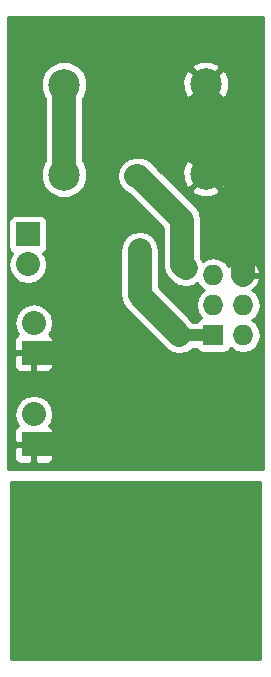
<source format=gbr>
G04 #@! TF.FileFunction,Copper,L2,Bot,Signal*
%FSLAX46Y46*%
G04 Gerber Fmt 4.6, Leading zero omitted, Abs format (unit mm)*
%MOMM*%
%LPD*%
G01*
G04 APERTURE LIST*
%ADD10C,0.100000*%
%ADD11C,2.670000*%
%ADD12R,2.032000X2.032000*%
%ADD13O,2.032000X2.032000*%
%ADD14R,1.727200X1.727200*%
%ADD15O,1.727200X1.727200*%
%ADD16C,1.000000*%
%ADD17C,2.000000*%
%ADD18C,1.000000*%
%ADD19C,0.254000*%
G04 APERTURE END LIST*
D10*
D11*
X142553200Y-76757000D03*
X142553200Y-84377000D03*
X142553200Y-84377000D03*
X142553200Y-76757000D03*
X142553200Y-76757000D03*
X142553200Y-84377000D03*
X142553200Y-84377000D03*
X142553200Y-76757000D03*
X142553200Y-84377000D03*
X142553200Y-119426000D03*
X142553200Y-111806000D03*
X154553200Y-119376000D03*
X154553200Y-111756000D03*
X154553200Y-111756000D03*
X154553200Y-119376000D03*
X154553200Y-119376000D03*
X154553200Y-111756000D03*
X154553200Y-111756000D03*
X154553200Y-119376000D03*
X154553200Y-111756000D03*
X154553200Y-76707000D03*
X154553200Y-84327000D03*
D12*
X139981800Y-99480600D03*
D13*
X139981800Y-96940600D03*
D12*
X139994500Y-107227600D03*
D13*
X139994500Y-104687600D03*
D14*
X155183700Y-97982000D03*
D15*
X157723700Y-97982000D03*
X155183700Y-95442000D03*
X157723700Y-95442000D03*
X155183700Y-92902000D03*
X157723700Y-92902000D03*
D12*
X139489040Y-89437440D03*
D13*
X139489040Y-91977440D03*
D16*
X152717360Y-89533960D03*
X148655900Y-84494600D03*
X152846900Y-92292400D03*
X148536520Y-104194840D03*
X148948000Y-90743000D03*
D17*
X154553200Y-119376000D02*
X154553200Y-111756000D01*
X142553200Y-119426000D02*
X154503200Y-119426000D01*
X154503200Y-119426000D02*
X154553200Y-119376000D01*
X142553200Y-111806000D02*
X142553200Y-119426000D01*
X152546901Y-91992401D02*
X152546901Y-89533960D01*
X152546901Y-89533960D02*
X152546901Y-88207801D01*
X152546901Y-88207801D02*
X148833700Y-84494600D01*
X148833700Y-84494600D02*
X148655900Y-84494600D01*
X152846900Y-92292400D02*
X152546901Y-91992401D01*
X142553200Y-76757000D02*
X142553200Y-84377000D01*
X142577680Y-107227600D02*
X142953600Y-106851680D01*
X142953600Y-106851680D02*
X142953600Y-105008182D01*
X139994500Y-107227600D02*
X142577680Y-107227600D01*
X142953600Y-105008182D02*
X142953600Y-103702080D01*
X142953600Y-103702080D02*
X142953600Y-101296700D01*
X148536520Y-104194840D02*
X143446360Y-104194840D01*
X143446360Y-104194840D02*
X142953600Y-103702080D01*
X154553200Y-76707000D02*
X154553200Y-80570300D01*
X154553200Y-80570300D02*
X154553200Y-84327000D01*
X142953600Y-88190300D02*
X145506300Y-85637600D01*
X142953600Y-99645700D02*
X142953600Y-88190300D01*
X145506300Y-85637600D02*
X145506300Y-81992700D01*
X145506300Y-81992700D02*
X146928700Y-80570300D01*
X146928700Y-80570300D02*
X154553200Y-80570300D01*
X142953600Y-101296700D02*
X142953600Y-99645700D01*
X157723700Y-85599500D02*
X156451200Y-84327000D01*
X156451200Y-84327000D02*
X154553200Y-84327000D01*
X157723700Y-92902000D02*
X157723700Y-85599500D01*
X139981800Y-99480600D02*
X142788500Y-99480600D01*
X142788500Y-99480600D02*
X142953600Y-99645700D01*
D18*
X155183700Y-97982000D02*
X152320100Y-97982000D01*
D17*
X148948000Y-90743000D02*
X148948000Y-94609900D01*
X148948000Y-94609900D02*
X152320100Y-97982000D01*
D19*
G36*
X159151200Y-125424000D02*
X138055200Y-125424000D01*
X138055200Y-110402600D01*
X159151200Y-110402600D01*
X159151200Y-125424000D01*
X159151200Y-125424000D01*
G37*
X159151200Y-125424000D02*
X138055200Y-125424000D01*
X138055200Y-110402600D01*
X159151200Y-110402600D01*
X159151200Y-125424000D01*
G36*
X159401200Y-109300999D02*
X137805200Y-109324862D01*
X137805200Y-107513350D01*
X138343500Y-107513350D01*
X138343500Y-108369909D01*
X138440173Y-108603298D01*
X138618801Y-108781927D01*
X138852190Y-108878600D01*
X139708750Y-108878600D01*
X139867500Y-108719850D01*
X139867500Y-107354600D01*
X140121500Y-107354600D01*
X140121500Y-108719850D01*
X140280250Y-108878600D01*
X141136810Y-108878600D01*
X141370199Y-108781927D01*
X141548827Y-108603298D01*
X141645500Y-108369909D01*
X141645500Y-107513350D01*
X141486750Y-107354600D01*
X140121500Y-107354600D01*
X139867500Y-107354600D01*
X138502250Y-107354600D01*
X138343500Y-107513350D01*
X137805200Y-107513350D01*
X137805200Y-106085291D01*
X138343500Y-106085291D01*
X138343500Y-106941850D01*
X138502250Y-107100600D01*
X139867500Y-107100600D01*
X139867500Y-107080600D01*
X140121500Y-107080600D01*
X140121500Y-107100600D01*
X141486750Y-107100600D01*
X141645500Y-106941850D01*
X141645500Y-106085291D01*
X141548827Y-105851902D01*
X141370199Y-105673273D01*
X141311655Y-105649023D01*
X141512434Y-105348537D01*
X141637500Y-104719788D01*
X141637500Y-104655412D01*
X141512434Y-104026663D01*
X141156276Y-103493636D01*
X140623249Y-103137478D01*
X139994500Y-103012412D01*
X139365751Y-103137478D01*
X138832724Y-103493636D01*
X138476566Y-104026663D01*
X138351500Y-104655412D01*
X138351500Y-104719788D01*
X138476566Y-105348537D01*
X138677345Y-105649023D01*
X138618801Y-105673273D01*
X138440173Y-105851902D01*
X138343500Y-106085291D01*
X137805200Y-106085291D01*
X137805200Y-99766350D01*
X138330800Y-99766350D01*
X138330800Y-100622909D01*
X138427473Y-100856298D01*
X138606101Y-101034927D01*
X138839490Y-101131600D01*
X139696050Y-101131600D01*
X139854800Y-100972850D01*
X139854800Y-99607600D01*
X140108800Y-99607600D01*
X140108800Y-100972850D01*
X140267550Y-101131600D01*
X141124110Y-101131600D01*
X141357499Y-101034927D01*
X141536127Y-100856298D01*
X141632800Y-100622909D01*
X141632800Y-99766350D01*
X141474050Y-99607600D01*
X140108800Y-99607600D01*
X139854800Y-99607600D01*
X138489550Y-99607600D01*
X138330800Y-99766350D01*
X137805200Y-99766350D01*
X137805200Y-98338291D01*
X138330800Y-98338291D01*
X138330800Y-99194850D01*
X138489550Y-99353600D01*
X139854800Y-99353600D01*
X139854800Y-99333600D01*
X140108800Y-99333600D01*
X140108800Y-99353600D01*
X141474050Y-99353600D01*
X141632800Y-99194850D01*
X141632800Y-98338291D01*
X141536127Y-98104902D01*
X141357499Y-97926273D01*
X141298955Y-97902023D01*
X141499734Y-97601537D01*
X141624800Y-96972788D01*
X141624800Y-96908412D01*
X141499734Y-96279663D01*
X141143576Y-95746636D01*
X140610549Y-95390478D01*
X139981800Y-95265412D01*
X139353051Y-95390478D01*
X138820024Y-95746636D01*
X138463866Y-96279663D01*
X138338800Y-96908412D01*
X138338800Y-96972788D01*
X138463866Y-97601537D01*
X138664645Y-97902023D01*
X138606101Y-97926273D01*
X138427473Y-98104902D01*
X138330800Y-98338291D01*
X137805200Y-98338291D01*
X137805200Y-88421440D01*
X137833757Y-88421440D01*
X137833757Y-90453440D01*
X137877477Y-90685792D01*
X138014797Y-90899193D01*
X138176238Y-91009502D01*
X137971106Y-91316503D01*
X137846040Y-91945252D01*
X137846040Y-92009628D01*
X137971106Y-92638377D01*
X138327264Y-93171404D01*
X138860291Y-93527562D01*
X139489040Y-93652628D01*
X140117789Y-93527562D01*
X140650816Y-93171404D01*
X141006974Y-92638377D01*
X141132040Y-92009628D01*
X141132040Y-91945252D01*
X141006974Y-91316503D01*
X140800921Y-91008123D01*
X140950793Y-90911683D01*
X141093957Y-90702157D01*
X141144323Y-90453440D01*
X141144323Y-88421440D01*
X141100603Y-88189088D01*
X140963283Y-87975687D01*
X140753757Y-87832523D01*
X140505040Y-87782157D01*
X138473040Y-87782157D01*
X138240688Y-87825877D01*
X138027287Y-87963197D01*
X137884123Y-88172723D01*
X137833757Y-88421440D01*
X137805200Y-88421440D01*
X137805200Y-77145554D01*
X140590860Y-77145554D01*
X140888927Y-77866932D01*
X140926200Y-77904270D01*
X140926200Y-83228894D01*
X140890867Y-83264165D01*
X140591541Y-83985022D01*
X140590860Y-84765554D01*
X140888927Y-85486932D01*
X141440365Y-86039333D01*
X142161222Y-86338659D01*
X142941754Y-86339340D01*
X143663132Y-86041273D01*
X144215533Y-85489835D01*
X144514859Y-84768978D01*
X144515098Y-84494600D01*
X147028900Y-84494600D01*
X147152748Y-85117226D01*
X147505437Y-85645063D01*
X148033274Y-85997752D01*
X148036584Y-85998410D01*
X150919901Y-88881727D01*
X150919901Y-91992401D01*
X151043749Y-92615027D01*
X151396438Y-93142864D01*
X151696438Y-93442863D01*
X152224274Y-93795552D01*
X152846900Y-93919401D01*
X153469526Y-93795552D01*
X153838309Y-93549139D01*
X154129687Y-93985216D01*
X154409228Y-94172000D01*
X154129687Y-94358784D01*
X153806565Y-94842369D01*
X153693100Y-95412797D01*
X153693100Y-95471203D01*
X153806565Y-96041631D01*
X154123591Y-96516093D01*
X154087748Y-96522837D01*
X153874347Y-96660157D01*
X153741216Y-96855000D01*
X153486240Y-96855000D01*
X153470563Y-96831538D01*
X150575000Y-93935974D01*
X150575000Y-90743000D01*
X150451152Y-90120374D01*
X150098463Y-89592537D01*
X149570626Y-89239848D01*
X148948000Y-89116000D01*
X148325374Y-89239848D01*
X147797537Y-89592537D01*
X147444848Y-90120374D01*
X147321000Y-90743000D01*
X147321000Y-94609900D01*
X147444848Y-95232526D01*
X147797537Y-95760363D01*
X151169638Y-99132463D01*
X151697474Y-99485152D01*
X152320100Y-99609001D01*
X152942726Y-99485152D01*
X153470563Y-99132463D01*
X153486240Y-99109000D01*
X153744516Y-99109000D01*
X153861857Y-99291353D01*
X154071383Y-99434517D01*
X154320100Y-99484883D01*
X156047300Y-99484883D01*
X156279652Y-99441163D01*
X156493053Y-99303843D01*
X156636217Y-99094317D01*
X156648524Y-99033543D01*
X156669687Y-99065216D01*
X157153272Y-99388338D01*
X157723700Y-99501803D01*
X158294128Y-99388338D01*
X158777713Y-99065216D01*
X159100835Y-98581631D01*
X159214300Y-98011203D01*
X159214300Y-97952797D01*
X159100835Y-97382369D01*
X158777713Y-96898784D01*
X158498172Y-96712000D01*
X158777713Y-96525216D01*
X159100835Y-96041631D01*
X159214300Y-95471203D01*
X159214300Y-95412797D01*
X159100835Y-94842369D01*
X158777713Y-94358784D01*
X158506472Y-94177546D01*
X158930521Y-93790490D01*
X159178668Y-93261027D01*
X159058169Y-93029000D01*
X157850700Y-93029000D01*
X157850700Y-93049000D01*
X157596700Y-93049000D01*
X157596700Y-93029000D01*
X157576700Y-93029000D01*
X157576700Y-92775000D01*
X157596700Y-92775000D01*
X157596700Y-91568183D01*
X157850700Y-91568183D01*
X157850700Y-92775000D01*
X159058169Y-92775000D01*
X159178668Y-92542973D01*
X158930521Y-92013510D01*
X158498647Y-91619312D01*
X158082726Y-91447042D01*
X157850700Y-91568183D01*
X157596700Y-91568183D01*
X157364674Y-91447042D01*
X156948753Y-91619312D01*
X156516879Y-92013510D01*
X156455431Y-92144621D01*
X156237713Y-91818784D01*
X155754128Y-91495662D01*
X155183700Y-91382197D01*
X154613272Y-91495662D01*
X154350362Y-91671333D01*
X154350052Y-91669774D01*
X154173901Y-91406146D01*
X154173901Y-88207801D01*
X154050053Y-87585175D01*
X153697364Y-87057338D01*
X152361780Y-85721754D01*
X153338051Y-85721754D01*
X153477685Y-86023385D01*
X154208732Y-86305837D01*
X154992221Y-86287029D01*
X155628715Y-86023385D01*
X155768349Y-85721754D01*
X154553200Y-84506605D01*
X153338051Y-85721754D01*
X152361780Y-85721754D01*
X150622558Y-83982532D01*
X152574363Y-83982532D01*
X152593171Y-84766021D01*
X152856815Y-85402515D01*
X153158446Y-85542149D01*
X154373595Y-84327000D01*
X154732805Y-84327000D01*
X155947954Y-85542149D01*
X156249585Y-85402515D01*
X156532037Y-84671468D01*
X156513229Y-83887979D01*
X156249585Y-83251485D01*
X155947954Y-83111851D01*
X154732805Y-84327000D01*
X154373595Y-84327000D01*
X153158446Y-83111851D01*
X152856815Y-83251485D01*
X152574363Y-83982532D01*
X150622558Y-83982532D01*
X149984163Y-83344137D01*
X149456326Y-82991448D01*
X149158698Y-82932246D01*
X153338051Y-82932246D01*
X154553200Y-84147395D01*
X155768349Y-82932246D01*
X155628715Y-82630615D01*
X154897668Y-82348163D01*
X154114179Y-82366971D01*
X153477685Y-82630615D01*
X153338051Y-82932246D01*
X149158698Y-82932246D01*
X148833700Y-82867600D01*
X148655900Y-82867600D01*
X148033274Y-82991448D01*
X147505437Y-83344137D01*
X147152748Y-83871974D01*
X147028900Y-84494600D01*
X144515098Y-84494600D01*
X144515540Y-83988446D01*
X144217473Y-83267068D01*
X144180200Y-83229730D01*
X144180200Y-78101754D01*
X153338051Y-78101754D01*
X153477685Y-78403385D01*
X154208732Y-78685837D01*
X154992221Y-78667029D01*
X155628715Y-78403385D01*
X155768349Y-78101754D01*
X154553200Y-76886605D01*
X153338051Y-78101754D01*
X144180200Y-78101754D01*
X144180200Y-77905106D01*
X144215533Y-77869835D01*
X144514859Y-77148978D01*
X144515540Y-76368446D01*
X144513097Y-76362532D01*
X152574363Y-76362532D01*
X152593171Y-77146021D01*
X152856815Y-77782515D01*
X153158446Y-77922149D01*
X154373595Y-76707000D01*
X154732805Y-76707000D01*
X155947954Y-77922149D01*
X156249585Y-77782515D01*
X156532037Y-77051468D01*
X156513229Y-76267979D01*
X156249585Y-75631485D01*
X155947954Y-75491851D01*
X154732805Y-76707000D01*
X154373595Y-76707000D01*
X153158446Y-75491851D01*
X152856815Y-75631485D01*
X152574363Y-76362532D01*
X144513097Y-76362532D01*
X144217473Y-75647068D01*
X143883235Y-75312246D01*
X153338051Y-75312246D01*
X154553200Y-76527395D01*
X155768349Y-75312246D01*
X155628715Y-75010615D01*
X154897668Y-74728163D01*
X154114179Y-74746971D01*
X153477685Y-75010615D01*
X153338051Y-75312246D01*
X143883235Y-75312246D01*
X143666035Y-75094667D01*
X142945178Y-74795341D01*
X142164646Y-74794660D01*
X141443268Y-75092727D01*
X140890867Y-75644165D01*
X140591541Y-76365022D01*
X140590860Y-77145554D01*
X137805200Y-77145554D01*
X137805200Y-71078000D01*
X159401200Y-71078000D01*
X159401200Y-109300999D01*
X159401200Y-109300999D01*
G37*
X159401200Y-109300999D02*
X137805200Y-109324862D01*
X137805200Y-107513350D01*
X138343500Y-107513350D01*
X138343500Y-108369909D01*
X138440173Y-108603298D01*
X138618801Y-108781927D01*
X138852190Y-108878600D01*
X139708750Y-108878600D01*
X139867500Y-108719850D01*
X139867500Y-107354600D01*
X140121500Y-107354600D01*
X140121500Y-108719850D01*
X140280250Y-108878600D01*
X141136810Y-108878600D01*
X141370199Y-108781927D01*
X141548827Y-108603298D01*
X141645500Y-108369909D01*
X141645500Y-107513350D01*
X141486750Y-107354600D01*
X140121500Y-107354600D01*
X139867500Y-107354600D01*
X138502250Y-107354600D01*
X138343500Y-107513350D01*
X137805200Y-107513350D01*
X137805200Y-106085291D01*
X138343500Y-106085291D01*
X138343500Y-106941850D01*
X138502250Y-107100600D01*
X139867500Y-107100600D01*
X139867500Y-107080600D01*
X140121500Y-107080600D01*
X140121500Y-107100600D01*
X141486750Y-107100600D01*
X141645500Y-106941850D01*
X141645500Y-106085291D01*
X141548827Y-105851902D01*
X141370199Y-105673273D01*
X141311655Y-105649023D01*
X141512434Y-105348537D01*
X141637500Y-104719788D01*
X141637500Y-104655412D01*
X141512434Y-104026663D01*
X141156276Y-103493636D01*
X140623249Y-103137478D01*
X139994500Y-103012412D01*
X139365751Y-103137478D01*
X138832724Y-103493636D01*
X138476566Y-104026663D01*
X138351500Y-104655412D01*
X138351500Y-104719788D01*
X138476566Y-105348537D01*
X138677345Y-105649023D01*
X138618801Y-105673273D01*
X138440173Y-105851902D01*
X138343500Y-106085291D01*
X137805200Y-106085291D01*
X137805200Y-99766350D01*
X138330800Y-99766350D01*
X138330800Y-100622909D01*
X138427473Y-100856298D01*
X138606101Y-101034927D01*
X138839490Y-101131600D01*
X139696050Y-101131600D01*
X139854800Y-100972850D01*
X139854800Y-99607600D01*
X140108800Y-99607600D01*
X140108800Y-100972850D01*
X140267550Y-101131600D01*
X141124110Y-101131600D01*
X141357499Y-101034927D01*
X141536127Y-100856298D01*
X141632800Y-100622909D01*
X141632800Y-99766350D01*
X141474050Y-99607600D01*
X140108800Y-99607600D01*
X139854800Y-99607600D01*
X138489550Y-99607600D01*
X138330800Y-99766350D01*
X137805200Y-99766350D01*
X137805200Y-98338291D01*
X138330800Y-98338291D01*
X138330800Y-99194850D01*
X138489550Y-99353600D01*
X139854800Y-99353600D01*
X139854800Y-99333600D01*
X140108800Y-99333600D01*
X140108800Y-99353600D01*
X141474050Y-99353600D01*
X141632800Y-99194850D01*
X141632800Y-98338291D01*
X141536127Y-98104902D01*
X141357499Y-97926273D01*
X141298955Y-97902023D01*
X141499734Y-97601537D01*
X141624800Y-96972788D01*
X141624800Y-96908412D01*
X141499734Y-96279663D01*
X141143576Y-95746636D01*
X140610549Y-95390478D01*
X139981800Y-95265412D01*
X139353051Y-95390478D01*
X138820024Y-95746636D01*
X138463866Y-96279663D01*
X138338800Y-96908412D01*
X138338800Y-96972788D01*
X138463866Y-97601537D01*
X138664645Y-97902023D01*
X138606101Y-97926273D01*
X138427473Y-98104902D01*
X138330800Y-98338291D01*
X137805200Y-98338291D01*
X137805200Y-88421440D01*
X137833757Y-88421440D01*
X137833757Y-90453440D01*
X137877477Y-90685792D01*
X138014797Y-90899193D01*
X138176238Y-91009502D01*
X137971106Y-91316503D01*
X137846040Y-91945252D01*
X137846040Y-92009628D01*
X137971106Y-92638377D01*
X138327264Y-93171404D01*
X138860291Y-93527562D01*
X139489040Y-93652628D01*
X140117789Y-93527562D01*
X140650816Y-93171404D01*
X141006974Y-92638377D01*
X141132040Y-92009628D01*
X141132040Y-91945252D01*
X141006974Y-91316503D01*
X140800921Y-91008123D01*
X140950793Y-90911683D01*
X141093957Y-90702157D01*
X141144323Y-90453440D01*
X141144323Y-88421440D01*
X141100603Y-88189088D01*
X140963283Y-87975687D01*
X140753757Y-87832523D01*
X140505040Y-87782157D01*
X138473040Y-87782157D01*
X138240688Y-87825877D01*
X138027287Y-87963197D01*
X137884123Y-88172723D01*
X137833757Y-88421440D01*
X137805200Y-88421440D01*
X137805200Y-77145554D01*
X140590860Y-77145554D01*
X140888927Y-77866932D01*
X140926200Y-77904270D01*
X140926200Y-83228894D01*
X140890867Y-83264165D01*
X140591541Y-83985022D01*
X140590860Y-84765554D01*
X140888927Y-85486932D01*
X141440365Y-86039333D01*
X142161222Y-86338659D01*
X142941754Y-86339340D01*
X143663132Y-86041273D01*
X144215533Y-85489835D01*
X144514859Y-84768978D01*
X144515098Y-84494600D01*
X147028900Y-84494600D01*
X147152748Y-85117226D01*
X147505437Y-85645063D01*
X148033274Y-85997752D01*
X148036584Y-85998410D01*
X150919901Y-88881727D01*
X150919901Y-91992401D01*
X151043749Y-92615027D01*
X151396438Y-93142864D01*
X151696438Y-93442863D01*
X152224274Y-93795552D01*
X152846900Y-93919401D01*
X153469526Y-93795552D01*
X153838309Y-93549139D01*
X154129687Y-93985216D01*
X154409228Y-94172000D01*
X154129687Y-94358784D01*
X153806565Y-94842369D01*
X153693100Y-95412797D01*
X153693100Y-95471203D01*
X153806565Y-96041631D01*
X154123591Y-96516093D01*
X154087748Y-96522837D01*
X153874347Y-96660157D01*
X153741216Y-96855000D01*
X153486240Y-96855000D01*
X153470563Y-96831538D01*
X150575000Y-93935974D01*
X150575000Y-90743000D01*
X150451152Y-90120374D01*
X150098463Y-89592537D01*
X149570626Y-89239848D01*
X148948000Y-89116000D01*
X148325374Y-89239848D01*
X147797537Y-89592537D01*
X147444848Y-90120374D01*
X147321000Y-90743000D01*
X147321000Y-94609900D01*
X147444848Y-95232526D01*
X147797537Y-95760363D01*
X151169638Y-99132463D01*
X151697474Y-99485152D01*
X152320100Y-99609001D01*
X152942726Y-99485152D01*
X153470563Y-99132463D01*
X153486240Y-99109000D01*
X153744516Y-99109000D01*
X153861857Y-99291353D01*
X154071383Y-99434517D01*
X154320100Y-99484883D01*
X156047300Y-99484883D01*
X156279652Y-99441163D01*
X156493053Y-99303843D01*
X156636217Y-99094317D01*
X156648524Y-99033543D01*
X156669687Y-99065216D01*
X157153272Y-99388338D01*
X157723700Y-99501803D01*
X158294128Y-99388338D01*
X158777713Y-99065216D01*
X159100835Y-98581631D01*
X159214300Y-98011203D01*
X159214300Y-97952797D01*
X159100835Y-97382369D01*
X158777713Y-96898784D01*
X158498172Y-96712000D01*
X158777713Y-96525216D01*
X159100835Y-96041631D01*
X159214300Y-95471203D01*
X159214300Y-95412797D01*
X159100835Y-94842369D01*
X158777713Y-94358784D01*
X158506472Y-94177546D01*
X158930521Y-93790490D01*
X159178668Y-93261027D01*
X159058169Y-93029000D01*
X157850700Y-93029000D01*
X157850700Y-93049000D01*
X157596700Y-93049000D01*
X157596700Y-93029000D01*
X157576700Y-93029000D01*
X157576700Y-92775000D01*
X157596700Y-92775000D01*
X157596700Y-91568183D01*
X157850700Y-91568183D01*
X157850700Y-92775000D01*
X159058169Y-92775000D01*
X159178668Y-92542973D01*
X158930521Y-92013510D01*
X158498647Y-91619312D01*
X158082726Y-91447042D01*
X157850700Y-91568183D01*
X157596700Y-91568183D01*
X157364674Y-91447042D01*
X156948753Y-91619312D01*
X156516879Y-92013510D01*
X156455431Y-92144621D01*
X156237713Y-91818784D01*
X155754128Y-91495662D01*
X155183700Y-91382197D01*
X154613272Y-91495662D01*
X154350362Y-91671333D01*
X154350052Y-91669774D01*
X154173901Y-91406146D01*
X154173901Y-88207801D01*
X154050053Y-87585175D01*
X153697364Y-87057338D01*
X152361780Y-85721754D01*
X153338051Y-85721754D01*
X153477685Y-86023385D01*
X154208732Y-86305837D01*
X154992221Y-86287029D01*
X155628715Y-86023385D01*
X155768349Y-85721754D01*
X154553200Y-84506605D01*
X153338051Y-85721754D01*
X152361780Y-85721754D01*
X150622558Y-83982532D01*
X152574363Y-83982532D01*
X152593171Y-84766021D01*
X152856815Y-85402515D01*
X153158446Y-85542149D01*
X154373595Y-84327000D01*
X154732805Y-84327000D01*
X155947954Y-85542149D01*
X156249585Y-85402515D01*
X156532037Y-84671468D01*
X156513229Y-83887979D01*
X156249585Y-83251485D01*
X155947954Y-83111851D01*
X154732805Y-84327000D01*
X154373595Y-84327000D01*
X153158446Y-83111851D01*
X152856815Y-83251485D01*
X152574363Y-83982532D01*
X150622558Y-83982532D01*
X149984163Y-83344137D01*
X149456326Y-82991448D01*
X149158698Y-82932246D01*
X153338051Y-82932246D01*
X154553200Y-84147395D01*
X155768349Y-82932246D01*
X155628715Y-82630615D01*
X154897668Y-82348163D01*
X154114179Y-82366971D01*
X153477685Y-82630615D01*
X153338051Y-82932246D01*
X149158698Y-82932246D01*
X148833700Y-82867600D01*
X148655900Y-82867600D01*
X148033274Y-82991448D01*
X147505437Y-83344137D01*
X147152748Y-83871974D01*
X147028900Y-84494600D01*
X144515098Y-84494600D01*
X144515540Y-83988446D01*
X144217473Y-83267068D01*
X144180200Y-83229730D01*
X144180200Y-78101754D01*
X153338051Y-78101754D01*
X153477685Y-78403385D01*
X154208732Y-78685837D01*
X154992221Y-78667029D01*
X155628715Y-78403385D01*
X155768349Y-78101754D01*
X154553200Y-76886605D01*
X153338051Y-78101754D01*
X144180200Y-78101754D01*
X144180200Y-77905106D01*
X144215533Y-77869835D01*
X144514859Y-77148978D01*
X144515540Y-76368446D01*
X144513097Y-76362532D01*
X152574363Y-76362532D01*
X152593171Y-77146021D01*
X152856815Y-77782515D01*
X153158446Y-77922149D01*
X154373595Y-76707000D01*
X154732805Y-76707000D01*
X155947954Y-77922149D01*
X156249585Y-77782515D01*
X156532037Y-77051468D01*
X156513229Y-76267979D01*
X156249585Y-75631485D01*
X155947954Y-75491851D01*
X154732805Y-76707000D01*
X154373595Y-76707000D01*
X153158446Y-75491851D01*
X152856815Y-75631485D01*
X152574363Y-76362532D01*
X144513097Y-76362532D01*
X144217473Y-75647068D01*
X143883235Y-75312246D01*
X153338051Y-75312246D01*
X154553200Y-76527395D01*
X155768349Y-75312246D01*
X155628715Y-75010615D01*
X154897668Y-74728163D01*
X154114179Y-74746971D01*
X153477685Y-75010615D01*
X153338051Y-75312246D01*
X143883235Y-75312246D01*
X143666035Y-75094667D01*
X142945178Y-74795341D01*
X142164646Y-74794660D01*
X141443268Y-75092727D01*
X140890867Y-75644165D01*
X140591541Y-76365022D01*
X140590860Y-77145554D01*
X137805200Y-77145554D01*
X137805200Y-71078000D01*
X159401200Y-71078000D01*
X159401200Y-109300999D01*
M02*

</source>
